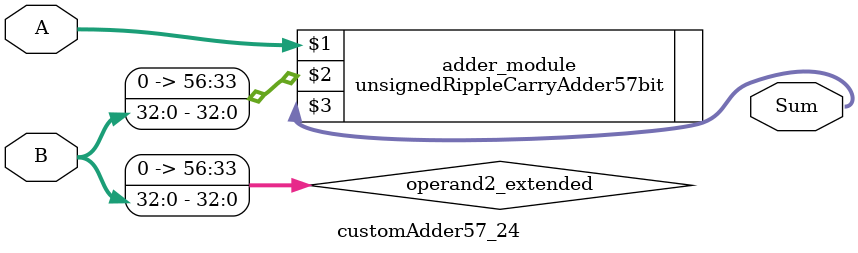
<source format=v>
module customAdder57_24(
                        input [56 : 0] A,
                        input [32 : 0] B,
                        
                        output [57 : 0] Sum
                );

        wire [56 : 0] operand2_extended;
        
        assign operand2_extended =  {24'b0, B};
        
        unsignedRippleCarryAdder57bit adder_module(
            A,
            operand2_extended,
            Sum
        );
        
        endmodule
        
</source>
